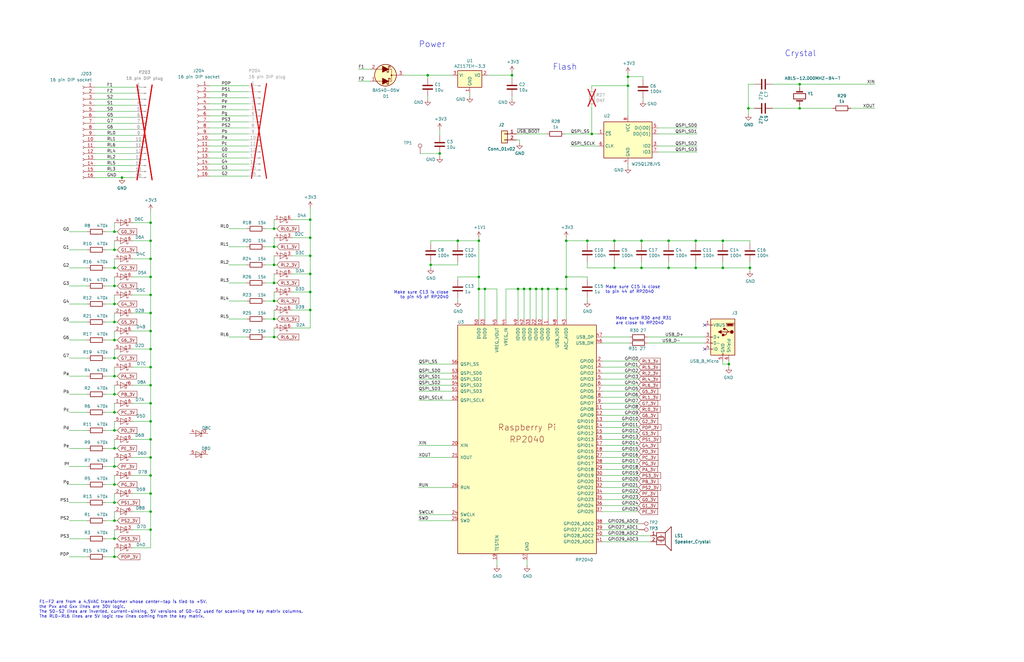
<source format=kicad_sch>
(kicad_sch (version 20231120) (generator "eeschema") (generator_version "8.0")
  (paper "USLedger")
  (title_block (title "Fluke 884x Continuity Buzzer") (date "2024-01-14") (rev "REV1") (company "Ned Konz"))
  (junction (at 115.57 134.62))
  (junction (at 63.5 223.52))
  (junction (at 293.37 101.6))
  (junction (at 63.5 215.9))
  (junction (at 181.61 111.76))
  (junction (at 220.98 121.92))
  (junction (at 304.8 113.03))
  (junction (at 63.5 93.98))
  (junction (at 281.94 101.6))
  (junction (at 63.5 109.22))
  (junction (at 215.9 31.75))
  (junction (at 63.5 185.42))
  (junction (at 63.5 170.18))
  (junction (at 48.26 227.33))
  (junction (at 185.42 64.77))
  (junction (at 270.51 113.03))
  (junction (at 307.34 153.67))
  (junction (at 48.26 151.13))
  (junction (at 201.93 121.92))
  (junction (at 48.26 105.41))
  (junction (at 48.26 173.99))
  (junction (at 264.795 32.385))
  (junction (at 226.06 121.92))
  (junction (at 218.44 121.92))
  (junction (at 48.26 128.27))
  (junction (at 63.5 147.32))
  (junction (at 63.5 132.08))
  (junction (at 204.47 121.92))
  (junction (at 228.6 121.92))
  (junction (at 63.5 154.94))
  (junction (at 48.26 135.89))
  (junction (at 223.52 121.92))
  (junction (at 48.26 120.65))
  (junction (at 63.5 162.56))
  (junction (at 337.185 45.72))
  (junction (at 48.26 143.51))
  (junction (at 48.26 113.03))
  (junction (at 259.08 113.03))
  (junction (at 201.93 116.84))
  (junction (at 130.81 123.19))
  (junction (at 63.5 193.04))
  (junction (at 48.26 234.95))
  (junction (at 48.26 196.85))
  (junction (at 193.04 101.6))
  (junction (at 337.185 35.56))
  (junction (at 231.14 121.92))
  (junction (at 316.23 113.03))
  (junction (at 247.65 101.6))
  (junction (at 48.26 189.23))
  (junction (at 130.81 92.71))
  (junction (at 63.5 124.46))
  (junction (at 130.81 115.57))
  (junction (at 63.5 116.84))
  (junction (at 238.76 101.6))
  (junction (at 115.57 119.38))
  (junction (at 180.34 31.75))
  (junction (at 304.8 101.6))
  (junction (at 115.57 104.14))
  (junction (at 48.26 166.37))
  (junction (at 48.26 212.09))
  (junction (at 249.555 56.515))
  (junction (at 63.5 139.7))
  (junction (at 63.5 200.66))
  (junction (at 238.76 121.92))
  (junction (at 234.95 121.92))
  (junction (at 115.57 96.52))
  (junction (at 48.26 219.71))
  (junction (at 48.26 204.47))
  (junction (at 293.37 113.03))
  (junction (at 63.5 177.8))
  (junction (at 315.595 45.72))
  (junction (at 63.5 101.6))
  (junction (at 115.57 127))
  (junction (at 48.26 97.79))
  (junction (at 48.26 158.75))
  (junction (at 201.93 101.6))
  (junction (at 264.795 36.195))
  (junction (at 281.94 113.03))
  (junction (at 63.5 208.28))
  (junction (at 130.81 107.95))
  (junction (at 130.81 130.81))
  (junction (at 130.81 100.33))
  (junction (at 48.26 181.61))
  (junction (at 51.435 74.93))
  (junction (at 259.08 101.6))
  (junction (at 270.51 101.6))
  (junction (at 115.57 142.24))
  (junction (at 115.57 111.76))
  (junction (at 238.76 116.84))
  (no_connect (at 297.18 147.32))
  (no_connect (at 297.18 137.16))
  (wire (pts (xy 249.555 56.515) (xy 252.095 56.515)))
  (wire (pts (xy 48.26 189.23) (xy 49.53 189.23)))
  (wire (pts (xy 193.04 118.11) (xy 193.04 116.84)))
  (wire (pts (xy 259.08 102.87) (xy 259.08 101.6)))
  (wire (pts (xy 29.21 97.79) (xy 36.83 97.79)))
  (wire (pts (xy 63.5 208.28) (xy 63.5 215.9)))
  (wire (pts (xy 259.08 110.49) (xy 259.08 113.03)))
  (wire (pts (xy 318.135 45.72) (xy 315.595 45.72)))
  (wire (pts (xy 96.52 142.24) (xy 104.14 142.24)))
  (wire (pts (xy 220.98 121.92) (xy 223.52 121.92)))
  (wire (pts (xy 198.12 39.37) (xy 198.12 40.64)))
  (wire (pts (xy 238.76 116.84) (xy 247.65 116.84)))
  (wire (pts (xy 249.555 36.195) (xy 264.795 36.195)))
  (wire (pts (xy 213.36 121.92) (xy 218.44 121.92)))
  (wire (pts (xy 63.5 185.42) (xy 55.88 185.42)))
  (wire (pts (xy 40.005 74.93) (xy 51.435 74.93)))
  (wire (pts (xy 264.795 69.215) (xy 264.795 70.485)))
  (wire (pts (xy 226.06 121.92) (xy 228.6 121.92)))
  (wire (pts (xy 49.53 97.79) (xy 48.26 97.79)))
  (wire (pts (xy 88.265 36.195) (xy 104.775 36.195)))
  (wire (pts (xy 40.005 64.77) (xy 56.515 64.77)))
  (wire (pts (xy 254 177.8) (xy 269.24 177.8)))
  (wire (pts (xy 270.51 110.49) (xy 270.51 113.03)))
  (wire (pts (xy 115.57 130.81) (xy 115.57 134.62)))
  (wire (pts (xy 63.5 208.28) (xy 63.5 200.66)))
  (wire (pts (xy 63.5 231.14) (xy 55.88 231.14)))
  (wire (pts (xy 238.76 101.6) (xy 247.65 101.6)))
  (wire (pts (xy 88.265 51.435) (xy 104.775 51.435)))
  (wire (pts (xy 325.755 35.56) (xy 337.185 35.56)))
  (wire (pts (xy 63.5 177.8) (xy 63.5 170.18)))
  (wire (pts (xy 337.185 44.45) (xy 337.185 45.72)))
  (wire (pts (xy 40.005 67.31) (xy 56.515 67.31)))
  (wire (pts (xy 222.25 236.22) (xy 222.25 238.76)))
  (wire (pts (xy 115.57 96.52) (xy 111.76 96.52)))
  (wire (pts (xy 111.76 127) (xy 115.57 127)))
  (wire (pts (xy 270.51 101.6) (xy 281.94 101.6)))
  (wire (pts (xy 63.5 162.56) (xy 63.5 170.18)))
  (wire (pts (xy 88.265 48.895) (xy 104.775 48.895)))
  (wire (pts (xy 48.26 177.8) (xy 48.26 181.61)))
  (wire (pts (xy 88.265 66.675) (xy 104.775 66.675)))
  (wire (pts (xy 185.42 54.61) (xy 185.42 57.15)))
  (wire (pts (xy 44.45 181.61) (xy 48.26 181.61)))
  (wire (pts (xy 44.45 219.71) (xy 48.26 219.71)))
  (wire (pts (xy 63.5 109.22) (xy 63.5 101.6)))
  (wire (pts (xy 217.805 59.055) (xy 219.075 59.055)))
  (wire (pts (xy 254 226.06) (xy 274.32 226.06)))
  (wire (pts (xy 254 203.2) (xy 269.24 203.2)))
  (wire (pts (xy 358.775 45.72) (xy 368.935 45.72)))
  (wire (pts (xy 337.185 45.72) (xy 351.155 45.72)))
  (wire (pts (xy 254 165.1) (xy 269.24 165.1)))
  (wire (pts (xy 29.21 204.47) (xy 36.83 204.47)))
  (wire (pts (xy 111.76 142.24) (xy 115.57 142.24)))
  (wire (pts (xy 181.61 110.49) (xy 181.61 111.76)))
  (wire (pts (xy 181.61 101.6) (xy 193.04 101.6)))
  (wire (pts (xy 111.76 119.38) (xy 115.57 119.38)))
  (wire (pts (xy 40.005 41.91) (xy 56.515 41.91)))
  (wire (pts (xy 29.21 113.03) (xy 36.83 113.03)))
  (wire (pts (xy 238.76 116.84) (xy 238.76 121.92)))
  (wire (pts (xy 29.21 105.41) (xy 36.83 105.41)))
  (wire (pts (xy 29.21 166.37) (xy 36.83 166.37)))
  (wire (pts (xy 96.52 96.52) (xy 104.14 96.52)))
  (wire (pts (xy 88.265 59.055) (xy 104.775 59.055)))
  (wire (pts (xy 270.51 102.87) (xy 270.51 101.6)))
  (wire (pts (xy 44.45 158.75) (xy 48.26 158.75)))
  (wire (pts (xy 264.795 31.115) (xy 264.795 32.385)))
  (wire (pts (xy 123.19 107.95) (xy 130.81 107.95)))
  (wire (pts (xy 88.265 41.275) (xy 104.775 41.275)))
  (wire (pts (xy 48.26 135.89) (xy 49.53 135.89)))
  (wire (pts (xy 254 180.34) (xy 269.24 180.34)))
  (wire (pts (xy 281.94 102.87) (xy 281.94 101.6)))
  (wire (pts (xy 176.53 162.56) (xy 190.5 162.56)))
  (wire (pts (xy 63.5 139.7) (xy 55.88 139.7)))
  (wire (pts (xy 247.65 101.6) (xy 259.08 101.6)))
  (wire (pts (xy 36.83 181.61) (xy 29.21 181.61)))
  (wire (pts (xy 63.5 116.84) (xy 63.5 124.46)))
  (wire (pts (xy 88.265 71.755) (xy 104.775 71.755)))
  (wire (pts (xy 201.93 100.33) (xy 201.93 101.6)))
  (wire (pts (xy 304.8 102.87) (xy 304.8 101.6)))
  (wire (pts (xy 63.5 93.98) (xy 63.5 101.6)))
  (wire (pts (xy 48.26 113.03) (xy 49.53 113.03)))
  (wire (pts (xy 304.8 101.6) (xy 316.23 101.6)))
  (wire (pts (xy 277.495 53.975) (xy 294.005 53.975)))
  (wire (pts (xy 273.05 142.24) (xy 297.18 142.24)))
  (wire (pts (xy 293.37 102.87) (xy 293.37 101.6)))
  (wire (pts (xy 254 142.24) (xy 265.43 142.24)))
  (wire (pts (xy 218.44 121.92) (xy 220.98 121.92)))
  (wire (pts (xy 48.26 120.65) (xy 49.53 120.65)))
  (wire (pts (xy 293.37 101.6) (xy 304.8 101.6)))
  (wire (pts (xy 247.65 102.87) (xy 247.65 101.6)))
  (wire (pts (xy 259.08 113.03) (xy 247.65 113.03)))
  (wire (pts (xy 304.8 152.4) (xy 304.8 153.67)))
  (wire (pts (xy 254 185.42) (xy 269.24 185.42)))
  (wire (pts (xy 226.06 134.62) (xy 226.06 121.92)))
  (wire (pts (xy 204.47 121.92) (xy 201.93 121.92)))
  (wire (pts (xy 254 228.6) (xy 274.32 228.6)))
  (wire (pts (xy 29.21 135.89) (xy 36.83 135.89)))
  (wire (pts (xy 234.95 134.62) (xy 234.95 121.92)))
  (wire (pts (xy 201.93 121.92) (xy 201.93 134.62)))
  (wire (pts (xy 176.53 160.02) (xy 190.5 160.02)))
  (wire (pts (xy 249.555 45.085) (xy 249.555 56.515)))
  (wire (pts (xy 123.19 130.81) (xy 130.81 130.81)))
  (wire (pts (xy 304.8 113.03) (xy 293.37 113.03)))
  (wire (pts (xy 48.26 154.94) (xy 48.26 158.75)))
  (wire (pts (xy 63.5 177.8) (xy 63.5 185.42)))
  (wire (pts (xy 264.795 32.385) (xy 264.795 36.195)))
  (wire (pts (xy 48.26 208.28) (xy 48.26 212.09)))
  (wire (pts (xy 55.88 116.84) (xy 63.5 116.84)))
  (wire (pts (xy 254 208.28) (xy 269.24 208.28)))
  (wire (pts (xy 151.13 34.29) (xy 156.21 34.29)))
  (wire (pts (xy 228.6 121.92) (xy 231.14 121.92)))
  (wire (pts (xy 130.81 92.71) (xy 130.81 100.33)))
  (wire (pts (xy 48.26 132.08) (xy 48.26 135.89)))
  (wire (pts (xy 254 198.12) (xy 269.24 198.12)))
  (wire (pts (xy 55.88 177.8) (xy 63.5 177.8)))
  (wire (pts (xy 193.04 116.84) (xy 201.93 116.84)))
  (wire (pts (xy 325.755 45.72) (xy 337.185 45.72)))
  (wire (pts (xy 44.45 212.09) (xy 48.26 212.09)))
  (wire (pts (xy 277.495 56.515) (xy 294.005 56.515)))
  (wire (pts (xy 249.555 37.465) (xy 249.555 36.195)))
  (wire (pts (xy 96.52 104.14) (xy 104.14 104.14)))
  (wire (pts (xy 209.55 134.62) (xy 209.55 121.92)))
  (wire (pts (xy 316.23 110.49) (xy 316.23 113.03)))
  (wire (pts (xy 88.265 43.815) (xy 104.775 43.815)))
  (wire (pts (xy 115.57 134.62) (xy 116.84 134.62)))
  (wire (pts (xy 36.83 196.85) (xy 29.21 196.85)))
  (wire (pts (xy 307.34 152.4) (xy 307.34 153.67)))
  (wire (pts (xy 63.5 132.08) (xy 63.5 139.7)))
  (wire (pts (xy 205.74 31.75) (xy 215.9 31.75)))
  (wire (pts (xy 48.26 185.42) (xy 48.26 189.23)))
  (wire (pts (xy 29.21 143.51) (xy 36.83 143.51)))
  (wire (pts (xy 44.45 120.65) (xy 48.26 120.65)))
  (wire (pts (xy 130.81 115.57) (xy 130.81 107.95)))
  (wire (pts (xy 201.93 101.6) (xy 201.93 116.84)))
  (wire (pts (xy 181.61 102.87) (xy 181.61 101.6)))
  (wire (pts (xy 190.5 217.17) (xy 176.53 217.17)))
  (wire (pts (xy 48.26 116.84) (xy 48.26 120.65)))
  (wire (pts (xy 116.84 96.52) (xy 115.57 96.52)))
  (wire (pts (xy 96.52 127) (xy 104.14 127)))
  (wire (pts (xy 315.595 35.56) (xy 315.595 45.72)))
  (wire (pts (xy 55.88 93.98) (xy 63.5 93.98)))
  (wire (pts (xy 63.5 170.18) (xy 55.88 170.18)))
  (wire (pts (xy 55.88 208.28) (xy 63.5 208.28)))
  (wire (pts (xy 254 210.82) (xy 269.24 210.82)))
  (wire (pts (xy 181.61 111.76) (xy 181.61 113.03)))
  (wire (pts (xy 48.26 109.22) (xy 48.26 113.03)))
  (wire (pts (xy 190.5 205.74) (xy 176.53 205.74)))
  (wire (pts (xy 254 167.64) (xy 269.24 167.64)))
  (wire (pts (xy 40.005 59.69) (xy 56.515 59.69)))
  (wire (pts (xy 238.76 121.92) (xy 238.76 134.62)))
  (wire (pts (xy 48.26 101.6) (xy 48.26 105.41)))
  (wire (pts (xy 254 144.78) (xy 265.43 144.78)))
  (wire (pts (xy 48.26 212.09) (xy 49.53 212.09)))
  (wire (pts (xy 209.55 121.92) (xy 204.47 121.92)))
  (wire (pts (xy 304.8 153.67) (xy 307.34 153.67)))
  (wire (pts (xy 130.81 100.33) (xy 123.19 100.33)))
  (wire (pts (xy 48.26 105.41) (xy 44.45 105.41)))
  (wire (pts (xy 123.19 92.71) (xy 130.81 92.71)))
  (wire (pts (xy 88.265 64.135) (xy 104.775 64.135)))
  (wire (pts (xy 254 195.58) (xy 269.24 195.58)))
  (wire (pts (xy 115.57 92.71) (xy 115.57 96.52)))
  (wire (pts (xy 40.005 44.45) (xy 56.515 44.45)))
  (wire (pts (xy 264.795 36.195) (xy 264.795 48.895)))
  (wire (pts (xy 44.45 166.37) (xy 48.26 166.37)))
  (wire (pts (xy 281.94 101.6) (xy 293.37 101.6)))
  (wire (pts (xy 44.45 204.47) (xy 48.26 204.47)))
  (wire (pts (xy 40.005 39.37) (xy 56.515 39.37)))
  (wire (pts (xy 29.21 227.33) (xy 36.83 227.33)))
  (wire (pts (xy 223.52 121.92) (xy 226.06 121.92)))
  (wire (pts (xy 130.81 87.63) (xy 130.81 92.71)))
  (wire (pts (xy 63.5 223.52) (xy 63.5 215.9)))
  (wire (pts (xy 63.5 116.84) (xy 63.5 109.22)))
  (wire (pts (xy 48.26 166.37) (xy 49.53 166.37)))
  (wire (pts (xy 44.45 151.13) (xy 48.26 151.13)))
  (wire (pts (xy 88.265 69.215) (xy 104.775 69.215)))
  (wire (pts (xy 130.81 107.95) (xy 130.81 100.33)))
  (wire (pts (xy 180.34 40.64) (xy 180.34 41.91)))
  (wire (pts (xy 231.14 121.92) (xy 231.14 134.62)))
  (wire (pts (xy 247.65 110.49) (xy 247.65 113.03)))
  (wire (pts (xy 63.5 162.56) (xy 63.5 154.94)))
  (wire (pts (xy 218.44 134.62) (xy 218.44 121.92)))
  (wire (pts (xy 201.93 116.84) (xy 201.93 121.92)))
  (wire (pts (xy 55.88 162.56) (xy 63.5 162.56)))
  (wire (pts (xy 96.52 111.76) (xy 104.14 111.76)))
  (wire (pts (xy 238.125 56.515) (xy 249.555 56.515)))
  (wire (pts (xy 63.5 154.94) (xy 55.88 154.94)))
  (wire (pts (xy 40.005 46.99) (xy 56.515 46.99)))
  (wire (pts (xy 277.495 64.135) (xy 294.005 64.135)))
  (wire (pts (xy 63.5 147.32) (xy 63.5 139.7)))
  (wire (pts (xy 40.005 72.39) (xy 56.515 72.39)))
  (wire (pts (xy 48.26 234.95) (xy 44.45 234.95)))
  (wire (pts (xy 254 193.04) (xy 269.24 193.04)))
  (wire (pts (xy 40.005 57.15) (xy 56.515 57.15)))
  (wire (pts (xy 270.51 113.03) (xy 259.08 113.03)))
  (wire (pts (xy 315.595 45.72) (xy 315.595 48.26)))
  (wire (pts (xy 48.26 139.7) (xy 48.26 143.51)))
  (wire (pts (xy 271.145 33.655) (xy 271.145 32.385)))
  (wire (pts (xy 29.21 120.65) (xy 36.83 120.65)))
  (wire (pts (xy 48.26 204.47) (xy 49.53 204.47)))
  (wire (pts (xy 48.26 97.79) (xy 44.45 97.79)))
  (wire (pts (xy 238.76 100.33) (xy 238.76 101.6)))
  (wire (pts (xy 55.88 193.04) (xy 63.5 193.04)))
  (wire (pts (xy 44.45 128.27) (xy 48.26 128.27)))
  (wire (pts (xy 190.5 153.67) (xy 176.53 153.67)))
  (wire (pts (xy 96.52 134.62) (xy 104.14 134.62)))
  (wire (pts (xy 238.76 101.6) (xy 238.76 116.84)))
  (wire (pts (xy 254 152.4) (xy 269.24 152.4)))
  (wire (pts (xy 48.26 227.33) (xy 49.53 227.33)))
  (wire (pts (xy 63.5 223.52) (xy 63.5 231.14)))
  (wire (pts (xy 44.45 113.03) (xy 48.26 113.03)))
  (wire (pts (xy 63.5 132.08) (xy 63.5 124.46)))
  (wire (pts (xy 190.5 31.75) (xy 180.34 31.75)))
  (wire (pts (xy 111.76 111.76) (xy 115.57 111.76)))
  (wire (pts (xy 193.04 102.87) (xy 193.04 101.6)))
  (wire (pts (xy 254 182.88) (xy 269.24 182.88)))
  (wire (pts (xy 48.26 124.46) (xy 48.26 128.27)))
  (wire (pts (xy 29.21 158.75) (xy 36.83 158.75)))
  (wire (pts (xy 177.165 64.77) (xy 185.42 64.77)))
  (wire (pts (xy 281.94 110.49) (xy 281.94 113.03)))
  (wire (pts (xy 209.55 236.22) (xy 209.55 238.76)))
  (wire (pts (xy 316.23 102.87) (xy 316.23 101.6)))
  (wire (pts (xy 48.26 223.52) (xy 48.26 227.33)))
  (wire (pts (xy 40.005 62.23) (xy 56.515 62.23)))
  (wire (pts (xy 49.53 234.95) (xy 48.26 234.95)))
  (wire (pts (xy 63.5 193.04) (xy 63.5 185.42)))
  (wire (pts (xy 88.265 46.355) (xy 104.775 46.355)))
  (wire (pts (xy 254 170.18) (xy 269.24 170.18)))
  (wire (pts (xy 44.45 227.33) (xy 48.26 227.33)))
  (wire (pts (xy 55.88 223.52) (xy 63.5 223.52)))
  (wire (pts (xy 44.45 189.23) (xy 48.26 189.23)))
  (wire (pts (xy 318.135 35.56) (xy 315.595 35.56)))
  (wire (pts (xy 185.42 64.77) (xy 185.42 66.04)))
  (wire (pts (xy 254 205.74) (xy 269.24 205.74)))
  (wire (pts (xy 48.26 196.85) (xy 49.53 196.85)))
  (wire (pts (xy 115.57 100.33) (xy 115.57 104.14)))
  (wire (pts (xy 63.5 124.46) (xy 55.88 124.46)))
  (wire (pts (xy 213.36 134.62) (xy 213.36 121.92)))
  (wire (pts (xy 40.005 69.85) (xy 56.515 69.85)))
  (wire (pts (xy 231.14 121.92) (xy 234.95 121.92)))
  (wire (pts (xy 254 157.48) (xy 269.24 157.48)))
  (wire (pts (xy 115.57 111.76) (xy 116.84 111.76)))
  (wire (pts (xy 115.57 107.95) (xy 115.57 111.76)))
  (wire (pts (xy 48.26 143.51) (xy 49.53 143.51)))
  (wire (pts (xy 48.26 147.32) (xy 48.26 151.13)))
  (wire (pts (xy 230.505 56.515) (xy 217.805 56.515)))
  (wire (pts (xy 254 223.52) (xy 269.24 223.52)))
  (wire (pts (xy 48.26 158.75) (xy 49.53 158.75)))
  (wire (pts (xy 96.52 119.38) (xy 104.14 119.38)))
  (wire (pts (xy 254 154.94) (xy 269.24 154.94)))
  (wire (pts (xy 48.26 219.71) (xy 49.53 219.71)))
  (wire (pts (xy 115.57 142.24) (xy 116.84 142.24)))
  (wire (pts (xy 170.18 31.75) (xy 180.34 31.75)))
  (wire (pts (xy 40.005 49.53) (xy 56.515 49.53)))
  (wire (pts (xy 193.04 125.73) (xy 193.04 127)))
  (wire (pts (xy 48.26 200.66) (xy 48.26 204.47)))
  (wire (pts (xy 271.145 41.275) (xy 271.145 42.545)))
  (wire (pts (xy 293.37 110.49) (xy 293.37 113.03)))
  (wire (pts (xy 337.185 35.56) (xy 368.935 35.56)))
  (wire (pts (xy 88.265 61.595) (xy 104.775 61.595)))
  (wire (pts (xy 304.8 110.49) (xy 304.8 113.03)))
  (wire (pts (xy 228.6 134.62) (xy 228.6 121.92)))
  (wire (pts (xy 176.53 157.48) (xy 190.5 157.48)))
  (wire (pts (xy 123.19 115.57) (xy 130.81 115.57)))
  (wire (pts (xy 247.65 118.11) (xy 247.65 116.84)))
  (wire (pts (xy 40.005 36.83) (xy 56.515 36.83)))
  (wire (pts (xy 115.57 127) (xy 116.84 127)))
  (wire (pts (xy 234.95 121.92) (xy 238.76 121.92)))
  (wire (pts (xy 254 220.98) (xy 269.24 220.98)))
  (wire (pts (xy 204.47 134.62) (xy 204.47 121.92)))
  (wire (pts (xy 44.45 143.51) (xy 48.26 143.51)))
  (wire (pts (xy 51.435 74.93) (xy 56.515 74.93)))
  (wire (pts (xy 193.04 111.76) (xy 193.04 110.49)))
  (wire (pts (xy 130.81 138.43) (xy 123.19 138.43)))
  (wire (pts (xy 111.76 104.14) (xy 115.57 104.14)))
  (wire (pts (xy 48.26 181.61) (xy 49.53 181.61)))
  (wire (pts (xy 63.5 200.66) (xy 55.88 200.66)))
  (wire (pts (xy 130.81 130.81) (xy 130.81 123.19)))
  (wire (pts (xy 111.76 134.62) (xy 115.57 134.62)))
  (wire (pts (xy 180.34 33.02) (xy 180.34 31.75)))
  (wire (pts (xy 29.21 219.71) (xy 36.83 219.71)))
  (wire (pts (xy 130.81 130.81) (xy 130.81 138.43)))
  (wire (pts (xy 48.26 128.27) (xy 49.53 128.27)))
  (wire (pts (xy 215.9 33.02) (xy 215.9 31.75)))
  (wire (pts (xy 49.53 105.41) (xy 48.26 105.41)))
  (wire (pts (xy 88.265 74.295) (xy 104.775 74.295)))
  (wire (pts (xy 40.005 52.07) (xy 56.515 52.07)))
  (wire (pts (xy 29.21 128.27) (xy 36.83 128.27)))
  (wire (pts (xy 176.53 187.96) (xy 190.5 187.96)))
  (wire (pts (xy 116.84 104.14) (xy 115.57 104.14)))
  (wire (pts (xy 293.37 113.03) (xy 281.94 113.03)))
  (wire (pts (xy 63.5 215.9) (xy 55.88 215.9)))
  (wire (pts (xy 254 175.26) (xy 269.24 175.26)))
  (wire (pts (xy 36.83 173.99) (xy 29.21 173.99)))
  (wire (pts (xy 193.04 101.6) (xy 201.93 101.6)))
  (wire (pts (xy 48.26 93.98) (xy 48.26 97.79)))
  (wire (pts (xy 115.57 138.43) (xy 115.57 142.24)))
  (wire (pts (xy 36.83 234.95) (xy 29.21 234.95)))
  (wire (pts (xy 337.185 36.83) (xy 337.185 35.56)))
  (wire (pts (xy 88.265 38.735) (xy 104.775 38.735)))
  (wire (pts (xy 48.26 173.99) (xy 49.53 173.99)))
  (wire (pts (xy 29.21 151.13) (xy 36.83 151.13)))
  (wire (pts (xy 247.65 125.73) (xy 247.65 127)))
  (wire (pts (xy 190.5 193.04) (xy 176.53 193.04)))
  (wire (pts (xy 223.52 134.62) (xy 223.52 121.92)))
  (wire (pts (xy 40.005 54.61) (xy 56.515 54.61)))
  (wire (pts (xy 55.88 132.08) (xy 63.5 132.08)))
  (wire (pts (xy 254 213.36) (xy 269.24 213.36)))
  (wire (pts (xy 281.94 113.03) (xy 270.51 113.03)))
  (wire (pts (xy 215.9 31.75) (xy 215.9 30.48)))
  (wire (pts (xy 254 200.66) (xy 269.24 200.66)))
  (wire (pts (xy 29.21 189.23) (xy 36.83 189.23)))
  (wire (pts (xy 151.13 29.21) (xy 156.21 29.21)))
  (wire (pts (xy 271.145 32.385) (xy 264.795 32.385)))
  (wire (pts (xy 219.075 59.055) (xy 219.075 60.325)))
  (wire (pts (xy 115.57 119.38) (xy 116.84 119.38)))
  (wire (pts (xy 277.495 61.595) (xy 294.005 61.595)))
  (wire (pts (xy 254 162.56) (xy 269.24 162.56)))
  (wire (pts (xy 44.45 196.85) (xy 48.26 196.85)))
  (wire (pts (xy 88.265 56.515) (xy 104.775 56.515)))
  (wire (pts (xy 190.5 219.71) (xy 176.53 219.71)))
  (wire (pts (xy 316.23 113.03) (xy 316.23 114.3)))
  (wire (pts (xy 48.26 193.04) (xy 48.26 196.85)))
  (wire (pts (xy 259.08 101.6) (xy 270.51 101.6)))
  (wire (pts (xy 48.26 231.14) (xy 48.26 234.95)))
  (wire (pts (xy 55.88 109.22) (xy 63.5 109.22)))
  (wire (pts (xy 220.98 134.62) (xy 220.98 121.92)))
  (wire (pts (xy 254 190.5) (xy 269.24 190.5)))
  (wire (pts (xy 176.53 165.1) (xy 190.5 165.1)))
  (wire (pts (xy 307.34 154.94) (xy 307.34 153.67)))
  (wire (pts (xy 44.45 173.99) (xy 48.26 173.99)))
  (wire (pts (xy 48.26 170.18) (xy 48.26 173.99)))
  (wire (pts (xy 115.57 123.19) (xy 115.57 127)))
  (wire (pts (xy 63.5 88.9) (xy 63.5 93.98)))
  (wire (pts (xy 240.665 61.595) (xy 252.095 61.595)))
  (wire (pts (xy 88.265 53.975) (xy 104.775 53.975)))
  (wire (pts (xy 254 160.02) (xy 269.24 160.02)))
  (wire (pts (xy 48.26 215.9) (xy 48.26 219.71)))
  (wire (pts (xy 273.05 144.78) (xy 297.18 144.78)))
  (wire (pts (xy 63.5 101.6) (xy 55.88 101.6)))
  (wire (pts (xy 190.5 168.91) (xy 176.53 168.91)))
  (wire (pts (xy 63.5 147.32) (xy 63.5 154.94)))
  (wire (pts (xy 130.81 115.57) (xy 130.81 123.19)))
  (wire (pts (xy 254 187.96) (xy 269.24 187.96)))
  (wire (pts (xy 181.61 111.76) (xy 193.04 111.76)))
  (wire (pts (xy 55.88 147.32) (xy 63.5 147.32)))
  (wire (pts (xy 63.5 193.04) (xy 63.5 200.66)))
  (wire (pts (xy 29.21 212.09) (xy 36.83 212.09)))
  (wire (pts (xy 130.81 123.19) (xy 123.19 123.19)))
  (wire (pts (xy 215.9 40.64) (xy 215.9 41.91)))
  (wire (pts (xy 115.57 115.57) (xy 115.57 119.38)))
  (wire (pts (xy 48.26 151.13) (xy 49.53 151.13)))
  (wire (pts (xy 254 215.9) (xy 269.24 215.9)))
  (wire (pts (xy 254 172.72) (xy 269.24 172.72)))
  (wire (pts (xy 48.26 162.56) (xy 48.26 166.37)))
  (wire (pts (xy 304.8 113.03) (xy 316.23 113.03)))
  (wire (pts (xy 44.45 135.89) (xy 48.26 135.89)))
  (text "Power" (at 176.53 20.32 0) (effects (font (size 2.54 2.54)) (justify left bottom)))
  (text "F1-F2 are from a 4.5VAC transformer whose center-tap is tied to +5V.\nthe Pxx and Gxx lines are 30V logic.\nThe S0-S2 lines are inverted, current-sinking, 5V versions of G0-G2 used for scanning the key matrix columns.\nThe RL0-RL6 lines are 5V logic row lines coming from the key matrix." (at 16.51 260.985 0) (effects (font (size 1.27 1.27)) (justify left bottom)))
  (text "Make sure C15 is close\nto pin 44 of RP2040" (at 255.27 123.952 0) (effects (font (size 1.27 1.27)) (justify left bottom)))
  (text "Make sure R30 and R31\nare close to RP2040" (at 259.588 137.16 0) (effects (font (size 1.27 1.27)) (justify left bottom)))
  (text "Make sure C13 is close\nto pin 45 of RP2040" (at 189.23 126.238 0) (effects (font (size 1.27 1.27)) (justify right bottom)))
  (text "Crystal" (at 330.835 24.13 0) (effects (font (size 2.54 2.54)) (justify left bottom)))
  (text "Flash" (at 233.045 29.845 0) (effects (font (size 2.54 2.54)) (justify left bottom)))
  (label "GPIO11" (at 269.24 180.34 180))
  (label "Pd" (at 93.345 41.275 0))
  (label "SWCLK" (at 176.53 217.17 0))
  (label "RL4" (at 96.52 127 180))
  (label "GPIO9" (at 269.24 175.26 180))
  (label "PDP" (at 29.21 234.95 180))
  (label "Pg" (at 29.21 204.47 180))
  (label "G7" (at 45.085 52.07 0))
  (label "XIN" (at 368.935 35.56 180))
  (label "GND" (at 45.085 74.93 0))
  (label "QSPI_SCLK" (at 176.53 168.91 0))
  (label "Pf" (at 29.21 196.85 180))
  (label "RL3" (at 45.085 72.39 0))
  (label "GPIO13" (at 269.24 185.42 180))
  (label "RL5" (at 45.085 69.85 0))
  (label "GPIO4" (at 269.24 162.56 180))
  (label "QSPI_SD0" (at 176.53 157.48 0))
  (label "QSPI_SCLK" (at 240.665 61.595 0))
  (label "Pa" (at 93.345 59.055 0))
  (label "XIN" (at 176.53 187.96 0))
  (label "QSPI_SD1" (at 294.005 56.515 180))
  (label "G0" (at 93.345 64.135 0))
  (label "GPIO18" (at 269.24 198.12 180))
  (label "G3" (at 93.345 71.755 0))
  (label "GPIO7" (at 269.24 170.18 180))
  (label "GPIO21" (at 269.24 205.74 180))
  (label "XOUT" (at 368.935 45.72 180))
  (label "QSPI_SS" (at 176.53 153.67 0))
  (label "G4" (at 29.21 128.27 180))
  (label "G5" (at 45.085 49.53 0))
  (label "F2" (at 45.085 39.37 0))
  (label "PS1" (at 29.21 212.09 180))
  (label "Pb" (at 93.345 56.515 0))
  (label "QSPI_SD2" (at 176.53 162.56 0))
  (label "QSPI_SD0" (at 294.005 53.975 180))
  (label "GPIO27_ADC1" (at 269.24 223.52 180))
  (label "GPIO19" (at 269.24 200.66 180))
  (label "GPIO20" (at 269.24 203.2 180))
  (label "QSPI_SS" (at 240.665 56.515 0))
  (label "PS2" (at 93.345 53.975 0))
  (label "RL3" (at 96.52 119.38 180))
  (label "GPIO24" (at 269.24 213.36 180))
  (label "QSPI_SD3" (at 176.53 165.1 0))
  (label "GPIO2" (at 269.24 157.48 180))
  (label "Pf" (at 93.345 46.355 0))
  (label "RUN" (at 176.53 205.74 0))
  (label "GPIO17" (at 269.24 195.58 180))
  (label "G1" (at 93.345 66.675 0))
  (label "S2" (at 45.085 41.91 0))
  (label "G6" (at 45.085 54.61 0))
  (label "GPIO22" (at 269.24 208.28 180))
  (label "RL1" (at 45.085 59.69 0))
  (label "QSPI_SD2" (at 294.005 61.595 180))
  (label "Pg" (at 93.345 48.895 0))
  (label "USB_D-" (at 287.02 144.78 180))
  (label "RL1" (at 96.52 104.14 180))
  (label "GPIO1" (at 269.24 154.94 180))
  (label "GPIO14" (at 269.24 187.96 180))
  (label "GPIO6" (at 269.24 167.64 180))
  (label "GPIO12" (at 269.24 182.88 180))
  (label "RL6" (at 45.085 62.23 0))
  (label "PS3" (at 93.345 51.435 0))
  (label "RL6" (at 96.52 142.24 180))
  (label "G2" (at 29.21 113.03 180))
  (label "GPIO23" (at 269.24 210.82 180))
  (label "GPIO26_ADC0" (at 269.24 220.98 180))
  (label "Pa" (at 29.21 158.75 180))
  (label "G7" (at 29.21 151.13 180))
  (label "XOUT" (at 176.53 193.04 0))
  (label "GPIO5" (at 269.24 165.1 180))
  (label "GPIO16" (at 269.24 193.04 180))
  (label "~{USB_BOOT}" (at 217.805 56.515 0))
  (label "RL2" (at 96.52 111.76 180))
  (label "GPIO3" (at 269.24 160.02 180))
  (label "S1" (at 45.085 44.45 0))
  (label "GPIO28_ADC2" (at 269.24 226.06 180))
  (label "RL5" (at 96.52 134.62 180))
  (label "SWD" (at 176.53 219.71 0))
  (label "Pe" (at 93.345 43.815 0))
  (label "G6" (at 29.21 143.51 180))
  (label "RL0" (at 45.085 57.15 0))
  (label "F2" (at 151.13 34.29 0))
  (label "GPIO8" (at 269.24 172.72 180))
  (label "GPIO10" (at 269.24 177.8 180))
  (label "Pe" (at 29.21 189.23 180))
  (label "Pd" (at 29.21 181.61 180))
  (label "Pc" (at 93.345 61.595 0))
  (label "GPIO25" (at 269.24 215.9 180))
  (label "G4" (at 93.345 69.215 0))
  (label "GPIO15" (at 269.24 190.5 180))
  (label "Pb" (at 29.21 166.37 180))
  (label "USB_D+" (at 288.29 142.24 180))
  (label "PS3" (at 29.21 227.33 180))
  (label "RL4" (at 45.085 64.77 0))
  (label "G3" (at 29.21 120.65 180))
  (label "QSPI_SD3" (at 294.005 64.135 180))
  (label "RL2" (at 45.085 67.31 0))
  (label "F1" (at 151.13 29.21 0))
  (label "G1" (at 29.21 105.41 180))
  (label "PDP" (at 93.345 36.195 0))
  (label "PS1" (at 93.345 38.735 0))
  (label "QSPI_SD1" (at 176.53 160.02 0))
  (label "S0" (at 45.085 46.99 0))
  (label "G2" (at 93.345 74.295 0))
  (label "G5" (at 29.21 135.89 180))
  (label "F1" (at 45.085 36.83 0))
  (label "RL0" (at 96.52 96.52 180))
  (label "GPIO29_ADC3" (at 269.24 228.6 180))
  (label "PS2" (at 29.21 219.71 180))
  (label "GPIO0" (at 269.24 152.4 180))
  (label "G0" (at 29.21 97.79 180))
  (label "Pc" (at 29.21 173.99 180))
  (global_label "RL1_3V" (shape input) (at 116.84 104.14 0) (property "Intersheetrefs" "${INTERSHEET_REFS}" (effects (hide yes))))
  (global_label "G6_3V" (shape input) (at 269.24 175.26 0) (property "Intersheetrefs" "${INTERSHEET_REFS}" (effects (hide yes))))
  (global_label "PA_3V" (shape input) (at 269.24 198.12 0) (property "Intersheetrefs" "${INTERSHEET_REFS}" (effects (hide yes))))
  (global_label "PS3_3V" (shape input) (at 269.24 200.66 0) (property "Intersheetrefs" "${INTERSHEET_REFS}" (effects (hide yes))))
  (global_label "G4_3V" (shape input) (at 269.24 187.96 0) (property "Intersheetrefs" "${INTERSHEET_REFS}" (effects (hide yes))))
  (global_label "G4_3V" (shape input) (at 49.53 128.27 0) (property "Intersheetrefs" "${INTERSHEET_REFS}" (effects (hide yes))))
  (global_label "G1_3V" (shape input) (at 49.53 105.41 0) (property "Intersheetrefs" "${INTERSHEET_REFS}" (effects (hide yes))))
  (global_label "PS2_3V" (shape input) (at 269.24 205.74 0) (property "Intersheetrefs" "${INTERSHEET_REFS}" (effects (hide yes))))
  (global_label "RL4_3V" (shape input) (at 269.24 160.02 0) (property "Intersheetrefs" "${INTERSHEET_REFS}" (effects (hide yes))))
  (global_label "G3_3V" (shape input) (at 269.24 182.88 0) (property "Intersheetrefs" "${INTERSHEET_REFS}" (effects (hide yes))))
  (global_label "RL0_3V" (shape input) (at 269.24 172.72 0) (property "Intersheetrefs" "${INTERSHEET_REFS}" (effects (hide yes))))
  (global_label "G5_3V" (shape input) (at 49.53 135.89 0) (property "Intersheetrefs" "${INTERSHEET_REFS}" (effects (hide yes))))
  (global_label "G7_3V" (shape input) (at 269.24 170.18 0) (property "Intersheetrefs" "${INTERSHEET_REFS}" (effects (hide yes))))
  (global_label "PS1_3V" (shape input) (at 269.24 185.42 0) (property "Intersheetrefs" "${INTERSHEET_REFS}" (effects (hide yes))))
  (global_label "G5_3V" (shape input) (at 269.24 165.1 0) (property "Intersheetrefs" "${INTERSHEET_REFS}" (effects (hide yes))))
  (global_label "PG_3V" (shape input) (at 269.24 195.58 0) (property "Intersheetrefs" "${INTERSHEET_REFS}" (effects (hide yes))))
  (global_label "PB_3V" (shape input) (at 269.24 203.2 0) (property "Intersheetrefs" "${INTERSHEET_REFS}" (effects (hide yes))))
  (global_label "G6_3V" (shape input) (at 49.53 143.51 0) (property "Intersheetrefs" "${INTERSHEET_REFS}" (effects (hide yes))))
  (global_label "G3_3V" (shape input) (at 49.53 120.65 0) (property "Intersheetrefs" "${INTERSHEET_REFS}" (effects (hide yes))))
  (global_label "PF_3V" (shape input) (at 269.24 208.28 0) (property "Intersheetrefs" "${INTERSHEET_REFS}" (effects (hide yes))))
  (global_label "RL5_3V" (shape input) (at 116.84 134.62 0) (property "Intersheetrefs" "${INTERSHEET_REFS}" (effects (hide yes))))
  (global_label "RL0_3V" (shape input) (at 116.84 96.52 0) (property "Intersheetrefs" "${INTERSHEET_REFS}" (effects (hide yes))))
  (global_label "RL4_3V" (shape input) (at 116.84 127 0) (property "Intersheetrefs" "${INTERSHEET_REFS}" (effects (hide yes))))
  (global_label "RL3_3V" (shape input) (at 116.84 119.38 0) (property "Intersheetrefs" "${INTERSHEET_REFS}" (effects (hide yes))))
  (global_label "RL5_3V" (shape input) (at 269.24 154.94 0) (property "Intersheetrefs" "${INTERSHEET_REFS}" (effects (hide yes))))
  (global_label "PS2_3V" (shape input) (at 49.53 219.71 0) (property "Intersheetrefs" "${INTERSHEET_REFS}" (effects (hide yes))))
  (global_label "PE_3V" (shape input) (at 269.24 215.9 0) (property "Intersheetrefs" "${INTERSHEET_REFS}" (effects (hide yes))))
  (global_label "RL6_3V" (shape input) (at 116.84 142.24 0) (property "Intersheetrefs" "${INTERSHEET_REFS}" (effects (hide yes))))
  (global_label "G1_3V" (shape input) (at 269.24 213.36 0) (property "Intersheetrefs" "${INTERSHEET_REFS}" (effects (hide yes))))
  (global_label "PB_3V" (shape input) (at 49.53 166.37 0) (property "Intersheetrefs" "${INTERSHEET_REFS}" (effects (hide yes))))
  (global_label "RL2_3V" (shape input) (at 269.24 157.48 0) (property "Intersheetrefs" "${INTERSHEET_REFS}" (effects (hide yes))))
  (global_label "PD_3V" (shape input) (at 49.53 181.61 0) (property "Intersheetrefs" "${INTERSHEET_REFS}" (effects (hide yes))))
  (global_label "RL3_3V" (shape input) (at 269.24 152.4 0) (property "Intersheetrefs" "${INTERSHEET_REFS}" (effects (hide yes))))
  (global_label "RL1_3V" (shape input) (at 269.24 167.64 0) (property "Intersheetrefs" "${INTERSHEET_REFS}" (effects (hide yes))))
  (global_label "G0_3V" (shape input) (at 269.24 210.82 0) (property "Intersheetrefs" "${INTERSHEET_REFS}" (effects (hide yes))))
  (global_label "G2_3V" (shape input) (at 269.24 177.8 0) (property "Intersheetrefs" "${INTERSHEET_REFS}" (effects (hide yes))))
  (global_label "PC_3V" (shape input) (at 49.53 173.99 0) (property "Intersheetrefs" "${INTERSHEET_REFS}" (effects (hide yes))))
  (global_label "PC_3V" (shape input) (at 269.24 193.04 0) (property "Intersheetrefs" "${INTERSHEET_REFS}" (effects (hide yes))))
  (global_label "PE_3V" (shape input) (at 49.53 189.23 0) (property "Intersheetrefs" "${INTERSHEET_REFS}" (effects (hide yes))))
  (global_label "PS3_3V" (shape input) (at 49.53 227.33 0) (property "Intersheetrefs" "${INTERSHEET_REFS}" (effects (hide yes))))
  (global_label "RL2_3V" (shape input) (at 116.84 111.76 0) (property "Intersheetrefs" "${INTERSHEET_REFS}" (effects (hide yes))))
  (global_label "G0_3V" (shape input) (at 49.53 97.79 0) (property "Intersheetrefs" "${INTERSHEET_REFS}" (effects (hide yes))))
  (global_label "G2_3V" (shape input) (at 49.53 113.03 0) (property "Intersheetrefs" "${INTERSHEET_REFS}" (effects (hide yes))))
  (global_label "PDP_3V" (shape input) (at 49.53 234.95 0) (property "Intersheetrefs" "${INTERSHEET_REFS}" (effects (hide yes))))
  (global_label "PS1_3V" (shape input) (at 49.53 212.09 0) (property "Intersheetrefs" "${INTERSHEET_REFS}" (effects (hide yes))))
  (global_label "PA_3V" (shape input) (at 49.53 158.75 0) (property "Intersheetrefs" "${INTERSHEET_REFS}" (effects (hide yes))))
  (global_label "PDP_3V" (shape input) (at 269.24 180.34 0) (property "Intersheetrefs" "${INTERSHEET_REFS}" (effects (hide yes))))
  (global_label "RL6_3V" (shape input) (at 269.24 162.56 0) (property "Intersheetrefs" "${INTERSHEET_REFS}" (effects (hide yes))))
  (global_label "PD_3V" (shape input) (at 269.24 190.5 0) (property "Intersheetrefs" "${INTERSHEET_REFS}" (effects (hide yes))))
  (global_label "PG_3V" (shape input) (at 49.53 204.47 0) (property "Intersheetrefs" "${INTERSHEET_REFS}" (effects (hide yes))))
  (global_label "PF_3V" (shape input) (at 49.53 196.85 0) (property "Intersheetrefs" "${INTERSHEET_REFS}" (effects (hide yes))))
  (global_label "G7_3V" (shape input) (at 49.53 151.13 0) (property "Intersheetrefs" "${INTERSHEET_REFS}" (effects (hide yes))))
  (symbol (lib_id "Device:R") (at 234.315 56.515 270) (unit 1)
    (property "Reference" "R28" (at 234.315 51.2572 90))
    (property "Value" "1k" (at 234.315 53.5686 90))
    (property "Footprint" "Resistor_SMD:R_0402_1005Metric" (effects (hide yes)))
    (property "LCSC" "C11702" (effects (hide yes)))
  )
  (symbol (lib_id "Device:R") (at 40.64 105.41 90) (unit 1)
    (property "Reference" "R10" (at 36.83 102.87 90))
    (property "Value" "470k" (at 43.18 102.87 90))
    (property "Footprint" "Resistor_SMD:R_0402_1005Metric" (effects (hide yes)))
    (property "LCSC" "C25790" (effects (hide yes)))
  )
  (symbol (lib_id "misc:BAT54CDW") (at 52.07 215.9 180) (unit 2)
    (property "Reference" "D8" (at 59.182 214.376 0))
    (property "Value" "BAT54CDW" (effects (hide yes)))
    (property "Footprint" "Package_TO_SOT_SMD:SOT-363_SC-70-6" (effects (hide yes)))
    (property "Datasheet" "https://www.diodes.com/assets/Datasheets/BAT54TW_ADW_CDW_SDW_BRW.pdf" (effects (hide yes)))
    (property "Description" "Schottky diode array 2 pair Com C, SOT-363" (effects (hide yes)))
    (property "LCSC" "C5240639" (effects (hide yes)))
  )
  (symbol (lib_id "misc:BAT54CDW") (at 52.07 132.08 0) (mirror y) (unit 2)
    (property "Reference" "D2" (at 58.928 131.064 0))
    (property "Value" "BAT54CDW" (effects (hide yes)))
    (property "Footprint" "Package_TO_SOT_SMD:SOT-363_SC-70-6" (effects (hide yes)))
    (property "Datasheet" "https://www.diodes.com/assets/Datasheets/BAT54TW_ADW_CDW_SDW_BRW.pdf" (effects (hide yes)))
    (property "Description" "Schottky diode array 2 pair Com C, SOT-363" (effects (hide yes)))
    (property "LCSC" "C5240639" (effects (hide yes)))
  )
  (symbol (lib_id "Device:Speaker_Crystal") (at 279.4 226.06 0) (unit 1)
    (property "Reference" "LS1" (at 284.48 226.06 0) (effects (justify left)))
    (property "Value" "Speaker_Crystal" (at 284.48 228.6 0) (effects (justify left)))
    (property "Footprint" "Buzzer_Beeper:Buzzer_12x9.5RM7.6" (effects (hide yes)))
  )
  (symbol (lib_id "power:+3V3") (at 264.795 31.115 0) (unit 1)
    (property "Reference" "#PWR019" (effects (hide yes)))
    (property "Value" "+3V3" (at 265.176 26.7208 0))
  )
  (symbol (lib_id "Device:C") (at 316.23 106.68 0) (unit 1)
    (property "Reference" "C16" (at 319.151 105.5116 0) (effects (justify left)))
    (property "Value" "100n" (at 319.151 107.823 0) (effects (justify left)))
    (property "Footprint" "Capacitor_SMD:C_0402_1005Metric" (effects (hide yes)))
    (property "LCSC" "C1525" (effects (hide yes)))
  )
  (symbol (lib_id "Device:C") (at 281.94 106.68 0) (unit 1)
    (property "Reference" "C4" (at 284.861 105.5116 0) (effects (justify left)))
    (property "Value" "100n" (at 284.861 107.823 0) (effects (justify left)))
    (property "Footprint" "Capacitor_SMD:C_0402_1005Metric" (effects (hide yes)))
    (property "LCSC" "C1525" (effects (hide yes)))
  )
  (symbol (lib_id "power:GND") (at 51.435 74.93 0) (unit 1)
    (property "Reference" "#PWR01" (effects (hide yes)))
    (property "Value" "GND" (at 51.435 79.375 0))
  )
  (symbol (lib_id "Device:Crystal") (at 337.185 40.64 270) (unit 1)
    (property "Reference" "Y1" (at 340.5124 39.4716 90) (effects (justify left)))
    (property "Value" "ABLS-12.000MHZ-B4-T" (at 330.835 33.02 90) (effects (justify left)))
    (property "Footprint" "RP2040_minimal:Crystal_SMD_HC49-US" (effects (hide yes)))
    (property "LCSC" "C326543" (effects (hide yes)))
  )
  (symbol (lib_id "Device:R") (at 40.64 234.95 90) (unit 1)
    (property "Reference" "R15" (at 36.83 232.41 90))
    (property "Value" "470k" (at 43.18 232.41 90))
    (property "Footprint" "Resistor_SMD:R_0402_1005Metric" (effects (hide yes)))
    (property "LCSC" "C25790" (effects (hide yes)))
  )
  (symbol (lib_id "RP2040_minimal-rescue:W25Q128JVS-Memory_Flash") (at 264.795 59.055 0) (unit 1)
    (property "Reference" "U2" (at 255.905 48.895 0))
    (property "Value" "W25Q128JVS" (at 272.415 69.215 0))
    (property "Footprint" "Package_SO:SOIC-8_5.23x5.23mm_P1.27mm" (effects (hide yes)))
    (property "Datasheet" "http://www.winbond.com/resource-files/w25q128jv_dtr%20revc%2003272018%20plus.pdf" (effects (hide yes)))
    (property "LCSC" "C97521" (effects (hide yes)))
  )
  (symbol (lib_id "Device:C") (at 185.42 60.96 0) (unit 1)
    (property "Reference" "C3" (at 188.341 59.7916 0) (effects (justify left)))
    (property "Value" "10u" (at 188.341 62.103 0) (effects (justify left)))
    (property "Footprint" "Capacitor_SMD:C_0805_2012Metric" (effects (hide yes)))
    (property "LCSC" "C15850" (effects (hide yes)))
  )
  (symbol (lib_id "power:GND") (at 315.595 48.26 0) (unit 1)
    (property "Reference" "#PWR022" (effects (hide yes)))
    (property "Value" "GND" (at 315.722 52.6542 0))
  )
  (symbol (lib_id "Device:R") (at 40.64 181.61 90) (unit 1)
    (property "Reference" "R11" (at 36.83 179.07 90))
    (property "Value" "470k" (at 43.18 179.07 90))
    (property "Footprint" "Resistor_SMD:R_0402_1005Metric" (effects (hide yes)))
    (property "LCSC" "C25790" (effects (hide yes)))
  )
  (symbol (lib_id "misc:BAT54CDW") (at 52.07 101.6 0) (mirror y) (unit 1)
    (property "Reference" "D6" (at 58.928 100.076 0))
    (property "Value" "BAT54CDW" (effects (hide yes)))
    (property "Footprint" "Package_TO_SOT_SMD:SOT-363_SC-70-6" (effects (hide yes)))
    (property "Datasheet" "https://www.diodes.com/assets/Datasheets/BAT54TW_ADW_CDW_SDW_BRW.pdf" (effects (hide yes)))
    (property "Description" "Schottky diode array 2 pair Com C, SOT-363" (effects (hide yes)))
    (property "LCSC" "C5240639" (effects (hide yes)))
  )
  (symbol (lib_id "MCU_RaspberryPi_RP2040:RP2040") (at 222.25 185.42 0) (unit 1)
    (property "Reference" "U3" (at 194.31 135.89 0))
    (property "Value" "RP2040" (at 246.38 236.22 0))
    (property "Footprint" "RP2040_minimal:RP2040-QFN-56" (effects (hide yes)))
    (property "LCSC" "C2040" (effects (hide yes)))
  )
  (symbol (lib_id "misc:BAT54CDW") (at 52.07 93.98 0) (mirror y) (unit 3)
    (property "Reference" "D6" (at 58.674 92.456 0))
    (property "Value" "BAT54CDW" (effects (hide yes)))
    (property "Footprint" "Package_TO_SOT_SMD:SOT-363_SC-70-6" (effects (hide yes)))
    (property "Datasheet" "https://www.diodes.com/assets/Datasheets/BAT54TW_ADW_CDW_SDW_BRW.pdf" (effects (hide yes)))
    (property "Description" "Schottky diode array 2 pair Com C, SOT-363" (effects (hide yes)))
    (property "LCSC" "C5240639" (effects (hide yes)))
  )
  (symbol (lib_id "Device:C") (at 247.65 121.92 0) (unit 1)
    (property "Reference" "C15" (at 250.571 120.7516 0) (effects (justify left)))
    (property "Value" "1u" (at 250.571 123.063 0) (effects (justify left)))
    (property "Footprint" "Capacitor_SMD:C_0402_1005Metric" (effects (hide yes)))
    (property "LCSC" "C52923" (effects (hide yes)))
  )
  (symbol (lib_id "misc:BAT54CDW") (at 119.38 107.95 0) (mirror y) (unit 3)
    (property "Reference" "D3" (at 126.492 106.68 0))
    (property "Value" "BAT54CDW" (effects (hide yes)))
    (property "Footprint" "Package_TO_SOT_SMD:SOT-363_SC-70-6" (effects (hide yes)))
    (property "Datasheet" "https://www.diodes.com/assets/Datasheets/BAT54TW_ADW_CDW_SDW_BRW.pdf" (effects (hide yes)))
    (property "Description" "Schottky diode array 2 pair Com C, SOT-363" (effects (hide yes)))
    (property "LCSC" "C5240639" (effects (hide yes)))
  )
  (symbol (lib_id "power:GND") (at 180.34 41.91 0) (unit 1)
    (property "Reference" "#PWR012" (effects (hide yes)))
    (property "Value" "GND" (at 176.53 43.18 0))
  )
  (symbol (lib_id "power:GND") (at 193.04 127 0) (unit 1)
    (property "Reference" "#PWR04" (effects (hide yes)))
    (property "Value" "GND" (at 193.167 131.3942 0))
  )
  (symbol (lib_id "Device:R") (at 40.64 166.37 90) (unit 1)
    (property "Reference" "R2" (at 36.83 163.83 90))
    (property "Value" "470k" (at 43.18 163.83 90))
    (property "Footprint" "Resistor_SMD:R_0402_1005Metric" (effects (hide yes)))
    (property "LCSC" "C25790" (effects (hide yes)))
  )
  (symbol (lib_id "power:GND") (at 209.55 238.76 0) (unit 1)
    (property "Reference" "#PWR08" (effects (hide yes)))
    (property "Value" "GND" (at 209.677 243.1542 0))
  )
  (symbol (lib_id "Device:R") (at 40.64 189.23 90) (unit 1)
    (property "Reference" "R9" (at 36.83 186.69 90))
    (property "Value" "470k" (at 43.18 186.69 90))
    (property "Footprint" "Resistor_SMD:R_0402_1005Metric" (effects (hide yes)))
    (property "LCSC" "C25790" (effects (hide yes)))
  )
  (symbol (lib_id "Device:C") (at 215.9 36.83 0) (unit 1)
    (property "Reference" "C2" (at 218.821 35.6616 0) (effects (justify left)))
    (property "Value" "10u" (at 218.821 37.973 0) (effects (justify left)))
    (property "Footprint" "Capacitor_SMD:C_0805_2012Metric" (effects (hide yes)))
    (property "LCSC" "C15850" (effects (hide yes)))
  )
  (symbol (lib_id "Device:R") (at 40.64 158.75 90) (unit 1)
    (property "Reference" "R4" (at 36.83 156.21 90))
    (property "Value" "470k" (at 43.18 156.21 90))
    (property "Footprint" "Resistor_SMD:R_0402_1005Metric" (effects (hide yes)))
    (property "LCSC" "C25790" (effects (hide yes)))
  )
  (symbol (lib_id "Device:R") (at 107.95 142.24 90) (unit 1)
    (property "Reference" "R22" (at 104.14 139.7 90))
    (property "Value" "15k" (at 110.49 139.7 90))
    (property "Footprint" "Resistor_SMD:R_0402_1005Metric" (effects (hide yes)))
    (property "LCSC" "C25756" (effects (hide yes)))
  )
  (symbol (lib_id "power:GND") (at 316.23 114.3 0) (unit 1)
    (property "Reference" "#PWR018" (effects (hide yes)))
    (property "Value" "GND" (at 316.357 118.6942 0))
  )
  (symbol (lib_id "misc:BAT54CDW") (at 52.07 139.7 0) (mirror y) (unit 2)
    (property "Reference" "D4" (at 59.436 137.922 0))
    (property "Value" "BAT54CDW" (effects (hide yes)))
    (property "Footprint" "Package_TO_SOT_SMD:SOT-363_SC-70-6" (effects (hide yes)))
    (property "Datasheet" "https://www.diodes.com/assets/Datasheets/BAT54TW_ADW_CDW_SDW_BRW.pdf" (effects (hide yes)))
    (property "Description" "Schottky diode array 2 pair Com C, SOT-363" (effects (hide yes)))
    (property "LCSC" "C5240639" (effects (hide yes)))
  )
  (symbol (lib_id "power:+1V1") (at 201.93 100.33 0) (unit 1)
    (property "Reference" "#PWR05" (effects (hide yes)))
    (property "Value" "+1V1" (at 202.311 95.9358 0))
  )
  (symbol (lib_id "Connector:TestPoint") (at 269.24 220.98 270) (unit 1) (in_bom no)
    (property "Reference" "TP2" (at 273.812 220.472 90) (effects (justify left)))
    (property "Value" "TestPoint" (effects (hide yes)))
    (property "Footprint" "TestPoint:TestPoint_THTPad_D1.0mm_Drill0.5mm" (effects (hide yes)))
  )
  (symbol (lib_id "Device:C") (at 193.04 121.92 0) (unit 1)
    (property "Reference" "C13" (at 195.961 120.7516 0) (effects (justify left)))
    (property "Value" "1u" (at 195.961 123.063 0) (effects (justify left)))
    (property "Footprint" "Capacitor_SMD:C_0402_1005Metric" (effects (hide yes)))
    (property "LCSC" "C52923" (effects (hide yes)))
  )
  (symbol (lib_id "Device:R") (at 40.64 212.09 90) (unit 1)
    (property "Reference" "R13" (at 36.83 209.55 90))
    (property "Value" "470k" (at 43.18 209.55 90))
    (property "Footprint" "Resistor_SMD:R_0402_1005Metric" (effects (hide yes)))
    (property "LCSC" "C25790" (effects (hide yes)))
  )
  (symbol (lib_id "Device:R") (at 40.64 128.27 90) (unit 1)
    (property "Reference" "R12" (at 36.83 125.73 90))
    (property "Value" "470k" (at 43.18 125.73 90))
    (property "Footprint" "Resistor_SMD:R_0402_1005Metric" (effects (hide yes)))
    (property "LCSC" "C25790" (effects (hide yes)))
  )
  (symbol (lib_id "misc:BAT54CDW") (at 52.07 185.42 0) (mirror y) (unit 2)
    (property "Reference" "D6" (at 58.928 183.642 0))
    (property "Value" "BAT54CDW" (effects (hide yes)))
    (property "Footprint" "Package_TO_SOT_SMD:SOT-363_SC-70-6" (effects (hide yes)))
    (property "Datasheet" "https://www.diodes.com/assets/Datasheets/BAT54TW_ADW_CDW_SDW_BRW.pdf" (effects (hide yes)))
    (property "Description" "Schottky diode array 2 pair Com C, SOT-363" (effects (hide yes)))
    (property "LCSC" "C5240639" (effects (hide yes)))
  )
  (symbol (lib_id "Device:C") (at 321.945 45.72 270) (unit 1)
    (property "Reference" "C9" (at 323.1134 48.641 0) (effects (justify left)))
    (property "Value" "27p" (at 320.802 48.641 0) (effects (justify left)))
    (property "Footprint" "Capacitor_SMD:C_0402_1005Metric" (effects (hide yes)))
    (property "LCSC" "C1557" (effects (hide yes)))
  )
  (symbol (lib_id "Device:R") (at 269.24 142.24 270) (unit 1)
    (property "Reference" "R30" (at 267.462 139.446 90))
    (property "Value" "27" (at 271.272 139.446 90))
    (property "Footprint" "Resistor_SMD:R_0402_1005Metric" (effects (hide yes)))
    (property "LCSC" "C25156" (effects (hide yes)))
  )
  (symbol (lib_id "Device:R") (at 40.64 97.79 90) (unit 1)
    (property "Reference" "R8" (at 36.83 95.25 90))
    (property "Value" "470k" (at 43.18 95.25 90))
    (property "Footprint" "Resistor_SMD:R_0402_1005Metric" (effects (hide yes)))
    (property "LCSC" "C25790" (effects (hide yes)))
  )
  (symbol (lib_id "Device:R") (at 40.64 227.33 90) (unit 1)
    (property "Reference" "R3" (at 36.83 224.79 90))
    (property "Value" "470k" (at 43.18 224.79 90))
    (property "Footprint" "Resistor_SMD:R_0402_1005Metric" (effects (hide yes)))
    (property "LCSC" "C25790" (effects (hide yes)))
  )
  (symbol (lib_id "Device:C") (at 193.04 106.68 0) (unit 1)
    (property "Reference" "C12" (at 195.961 105.5116 0) (effects (justify left)))
    (property "Value" "100n" (at 195.961 107.823 0) (effects (justify left)))
    (property "Footprint" "Capacitor_SMD:C_0402_1005Metric" (effects (hide yes)))
    (property "LCSC" "C1525" (effects (hide yes)))
  )
  (symbol (lib_id "power:GND") (at 181.61 113.03 0) (unit 1)
    (property "Reference" "#PWR03" (effects (hide yes)))
    (property "Value" "GND" (at 181.737 117.4242 0))
  )
  (symbol (lib_id "power:+3V3") (at 63.5 88.9 0) (unit 1)
    (property "Reference" "#PWR02" (effects (hide yes)))
    (property "Value" "+3V3" (at 63.5 84.455 0))
  )
  (symbol (lib_id "Device:R") (at 40.64 173.99 90) (unit 1)
    (property "Reference" "R6" (at 36.83 171.45 90))
    (property "Value" "470k" (at 43.18 171.45 90))
    (property "Footprint" "Resistor_SMD:R_0402_1005Metric" (effects (hide yes)))
    (property "LCSC" "C25790" (effects (hide yes)))
  )
  (symbol (lib_id "Device:R") (at 40.64 113.03 90) (unit 1)
    (property "Reference" "R16" (at 36.83 110.49 90))
    (property "Value" "470k" (at 43.18 110.49 90))
    (property "Footprint" "Resistor_SMD:R_0402_1005Metric" (effects (hide yes)))
    (property "LCSC" "C25790" (effects (hide yes)))
  )
  (symbol (lib_id "misc:BAT54CDW") (at 52.07 193.04 0) (mirror y) (unit 4)
    (property "Reference" "D6" (at 59.944 191.262 0))
    (property "Value" "BAT54CDW" (effects (hide yes)))
    (property "Footprint" "Package_TO_SOT_SMD:SOT-363_SC-70-6" (effects (hide yes)))
    (property "Datasheet" "https://www.diodes.com/assets/Datasheets/BAT54TW_ADW_CDW_SDW_BRW.pdf" (effects (hide yes)))
    (property "Description" "Schottky diode array 2 pair Com C, SOT-363" (effects (hide yes)))
    (property "LCSC" "C5240639" (effects (hide yes)))
  )
  (symbol (lib_id "Device:C") (at 293.37 106.68 0) (unit 1)
    (property "Reference" "C11" (at 296.291 105.5116 0) (effects (justify left)))
    (property "Value" "100n" (at 296.291 107.823 0) (effects (justify left)))
    (property "Footprint" "Capacitor_SMD:C_0402_1005Metric" (effects (hide yes)))
    (property "LCSC" "C1525" (effects (hide yes)))
  )
  (symbol (lib_id "Device:R") (at 354.965 45.72 270) (unit 1)
    (property "Reference" "R29" (at 354.965 40.4622 90))
    (property "Value" "1k" (at 354.965 42.7736 90))
    (property "Footprint" "Resistor_SMD:R_0402_1005Metric" (effects (hide yes)))
    (property "LCSC" "C11702" (effects (hide yes)))
  )
  (symbol (lib_id "Device:C") (at 247.65 106.68 0) (unit 1)
    (property "Reference" "C10" (at 250.571 105.5116 0) (effects (justify left)))
    (property "Value" "100n" (at 250.571 107.823 0) (effects (justify left)))
    (property "Footprint" "Capacitor_SMD:C_0402_1005Metric" (effects (hide yes)))
    (property "LCSC" "C1525" (effects (hide yes)))
  )
  (symbol (lib_id "misc:BAT54CDW") (at 119.38 115.57 0) (mirror y) (unit 1)
    (property "Reference" "D3" (at 126.492 114.3 0))
    (property "Value" "BAT54CDW" (effects (hide yes)))
    (property "Footprint" "Package_TO_SOT_SMD:SOT-363_SC-70-6" (effects (hide yes)))
    (property "Datasheet" "https://www.diodes.com/assets/Datasheets/BAT54TW_ADW_CDW_SDW_BRW.pdf" (effects (hide yes)))
    (property "Description" "Schottky diode array 2 pair Com C, SOT-363" (effects (hide yes)))
    (property "LCSC" "C5240639" (effects (hide yes)))
  )
  (symbol (lib_id "misc:BAT54CDW") (at 52.07 154.94 0) (mirror y) (unit 3)
    (property "Reference" "D7" (at 59.69 153.416 0))
    (property "Value" "BAT54CDW" (effects (hide yes)))
    (property "Footprint" "Package_TO_SOT_SMD:SOT-363_SC-70-6" (effects (hide yes)))
    (property "Datasheet" "https://www.diodes.com/assets/Datasheets/BAT54TW_ADW_CDW_SDW_BRW.pdf" (effects (hide yes)))
    (property "Description" "Schottky diode array 2 pair Com C, SOT-363" (effects (hide yes)))
    (property "LCSC" "C5240639" (effects (hide yes)))
  )
  (symbol (lib_id "power:+3V3") (at 185.42 54.61 0) (unit 1)
    (property "Reference" "#PWR06" (effects (hide yes)))
    (property "Value" "+3V3" (at 185.801 50.2158 0))
  )
  (symbol (lib_id "misc:BAT54CDW") (at 119.38 130.81 0) (mirror y) (unit 2)
    (property "Reference" "D3" (at 126.492 129.54 0))
    (property "Value" "BAT54CDW" (effects (hide yes)))
    (property "Footprint" "Package_TO_SOT_SMD:SOT-363_SC-70-6" (effects (hide yes)))
    (property "Datasheet" "https://www.diodes.com/assets/Datasheets/BAT54TW_ADW_CDW_SDW_BRW.pdf" (effects (hide yes)))
    (property "Description" "Schottky diode array 2 pair Com C, SOT-363" (effects (hide yes)))
    (property "LCSC" "C5240639" (effects (hide yes)))
  )
  (symbol (lib_id "Device:C") (at 304.8 106.68 0) (unit 1)
    (property "Reference" "C14" (at 307.721 105.5116 0) (effects (justify left)))
    (property "Value" "100n" (at 307.721 107.823 0) (effects (justify left)))
    (property "Footprint" "Capacitor_SMD:C_0402_1005Metric" (effects (hide yes)))
    (property "LCSC" "C1525" (effects (hide yes)))
  )
  (symbol (lib_id "Device:R") (at 269.24 144.78 270) (unit 1)
    (property "Reference" "R31" (at 266.954 147.066 90))
    (property "Value" "27" (at 271.018 147.066 90))
    (property "Footprint" "Resistor_SMD:R_0402_1005Metric" (effects (hide yes)))
    (property "LCSC" "C25156" (effects (hide yes)))
  )
  (symbol (lib_id "Device:R") (at 107.95 119.38 90) (unit 1)
    (property "Reference" "R26" (at 104.14 116.84 90))
    (property "Value" "15k" (at 110.49 116.84 90))
    (property "Footprint" "Resistor_SMD:R_0402_1005Metric" (effects (hide yes)))
    (property "LCSC" "C25756" (effects (hide yes)))
  )
  (symbol (lib_id "misc:BAT54CDW") (at 52.07 208.28 0) (mirror y) (unit 2)
    (property "Reference" "D5" (at 59.436 206.502 0))
    (property "Value" "BAT54CDW" (effects (hide yes)))
    (property "Footprint" "Package_TO_SOT_SMD:SOT-363_SC-70-6" (effects (hide yes)))
    (property "Datasheet" "https://www.diodes.com/assets/Datasheets/BAT54TW_ADW_CDW_SDW_BRW.pdf" (effects (hide yes)))
    (property "Description" "Schottky diode array 2 pair Com C, SOT-363" (effects (hide yes)))
    (property "LCSC" "C5240639" (effects (hide yes)))
  )
  (symbol (lib_id "Device:R") (at 107.95 104.14 90) (unit 1)
    (property "Reference" "R20" (at 104.14 101.6 90))
    (property "Value" "15k" (at 110.49 101.6 90))
    (property "Footprint" "Resistor_SMD:R_0402_1005Metric" (effects (hide yes)))
    (property "LCSC" "C25756" (effects (hide yes)))
  )
  (symbol (lib_id "power:+3V3") (at 215.9 30.48 0) (unit 1)
    (property "Reference" "#PWR014" (effects (hide yes)))
    (property "Value" "+3V3" (at 216.281 26.0858 0))
  )
  (symbol (lib_id "Device:R") (at 40.64 204.47 90) (unit 1)
    (property "Reference" "R5" (at 36.83 201.93 90))
    (property "Value" "470k" (at 43.18 201.93 90))
    (property "Footprint" "Resistor_SMD:R_0402_1005Metric" (effects (hide yes)))
    (property "LCSC" "C25790" (effects (hide yes)))
  )
  (symbol (lib_id "Device:R") (at 107.95 127 90) (unit 1)
    (property "Reference" "R23" (at 104.14 124.46 90))
    (property "Value" "15k" (at 110.49 124.46 90))
    (property "Footprint" "Resistor_SMD:R_0402_1005Metric" (effects (hide yes)))
    (property "LCSC" "C25756" (effects (hide yes)))
  )
  (symbol (lib_id "Device:C") (at 181.61 106.68 0) (unit 1)
    (property "Reference" "C8" (at 184.531 105.5116 0) (effects (justify left)))
    (property "Value" "100n" (at 184.531 107.823 0) (effects (justify left)))
    (property "Footprint" "Capacitor_SMD:C_0402_1005Metric" (effects (hide yes)))
    (property "LCSC" "C1525" (effects (hide yes)))
  )
  (symbol (lib_id "misc:BAT54CDW") (at 52.07 147.32 0) (mirror y) (unit 4)
    (property "Reference" "D2" (at 58.928 145.796 0))
    (property "Value" "BAT54CDW" (effects (hide yes)))
    (property "Footprint" "Package_TO_SOT_SMD:SOT-363_SC-70-6" (effects (hide yes)))
    (property "Datasheet" "https://www.diodes.com/assets/Datasheets/BAT54TW_ADW_CDW_SDW_BRW.pdf" (effects (hide yes)))
    (property "Description" "Schottky diode array 2 pair Com C, SOT-363" (effects (hide yes)))
    (property "LCSC" "C5240639" (effects (hide yes)))
  )
  (symbol (lib_id "misc:BAT54CDW") (at 52.07 231.14 0) (mirror y) (unit 4)
    (property "Reference" "D4" (at 59.436 229.87 0))
    (property "Value" "BAT54CDW" (effects (hide yes)))
    (property "Footprint" "Package_TO_SOT_SMD:SOT-363_SC-70-6" (effects (hide yes)))
    (property "Datasheet" "https://www.diodes.com/assets/Datasheets/BAT54TW_ADW_CDW_SDW_BRW.pdf" (effects (hide yes)))
    (property "Description" "Schottky diode array 2 pair Com C, SOT-363" (effects (hide yes)))
    (property "LCSC" "C5240639" (effects (hide yes)))
  )
  (symbol (lib_id "Connector_Generic:Conn_01x02") (at 212.725 56.515 0) (mirror y) (unit 1)
    (property "Reference" "J2" (at 211.455 52.705 0))
    (property "Value" "Conn_01x02" (at 211.455 62.865 0))
    (property "Footprint" "Connector_PinHeader_2.54mm:PinHeader_1x02_P2.54mm_Vertical" (effects (hide yes)))
  )
  (symbol (lib_id "power:GND") (at 264.795 70.485 0) (unit 1)
    (property "Reference" "#PWR020" (effects (hide yes)))
    (property "Value" "GND" (at 260.985 71.755 0))
  )
  (symbol (lib_id "misc:BAT54CDW") (at 119.38 123.19 0) (mirror y) (unit 4)
    (property "Reference" "D3" (at 126.492 121.92 0))
    (property "Value" "BAT54CDW" (effects (hide yes)))
    (property "Footprint" "Package_TO_SOT_SMD:SOT-363_SC-70-6" (effects (hide yes)))
    (property "Datasheet" "https://www.diodes.com/assets/Datasheets/BAT54TW_ADW_CDW_SDW_BRW.pdf" (effects (hide yes)))
    (property "Description" "Schottky diode array 2 pair Com C, SOT-363" (effects (hide yes)))
    (property "LCSC" "C5240639" (effects (hide yes)))
  )
  (symbol (lib_id "Device:R") (at 107.95 96.52 90) (unit 1)
    (property "Reference" "R18" (at 104.14 93.98 90))
    (property "Value" "15k" (at 110.49 93.98 90))
    (property "Footprint" "Resistor_SMD:R_0402_1005Metric" (effects (hide yes)))
    (property "LCSC" "C25756" (effects (hide yes)))
  )
  (symbol (lib_id "misc:BAT54CDW") (at 52.07 109.22 0) (mirror y) (unit 3)
    (property "Reference" "D4" (at 59.436 107.188 0))
    (property "Value" "BAT54CDW" (effects (hide yes)))
    (property "Footprint" "Package_TO_SOT_SMD:SOT-363_SC-70-6" (effects (hide yes)))
    (property "Datasheet" "https://www.diodes.com/assets/Datasheets/BAT54TW_ADW_CDW_SDW_BRW.pdf" (effects (hide yes)))
    (property "Description" "Schottky diode array 2 pair Com C, SOT-363" (effects (hide yes)))
    (property "LCSC" "C5240639" (effects (hide yes)))
  )
  (symbol (lib_id "power:GND") (at 307.34 154.94 0) (mirror y) (unit 1)
    (property "Reference" "#PWR017" (effects (hide yes)))
    (property "Value" "GND" (at 307.213 159.3342 0))
  )
  (symbol (lib_id "misc:BAT54CDW") (at 119.38 138.43 0) (mirror y) (unit 1)
    (property "Reference" "D2" (at 126.746 137.16 0))
    (property "Value" "BAT54CDW" (effects (hide yes)))
    (property "Footprint" "Package_TO_SOT_SMD:SOT-363_SC-70-6" (effects (hide yes)))
    (property "Datasheet" "https://www.diodes.com/assets/Datasheets/BAT54TW_ADW_CDW_SDW_BRW.pdf" (effects (hide yes)))
    (property "Description" "Schottky diode array 2 pair Com C, SOT-363" (effects (hide yes)))
    (property "LCSC" "C5240639" (effects (hide yes)))
  )
  (symbol (lib_id "Connector:Conn_01x16_Pin") (at 109.855 53.975 0) (mirror y) (unit 1) (in_bom no) (dnp yes)
    (property "Reference" "P204" (at 104.775 29.845 0) (effects (justify right)))
    (property "Value" "16 pin DIP plug" (at 104.775 32.385 0) (effects (justify right)))
    (property "Footprint" "Package_DIP:DIP-16_W7.62mm_Socket" (effects (hide yes)))
  )
  (symbol (lib_id "Device:R") (at 107.95 111.76 90) (unit 1)
    (property "Reference" "R24" (at 104.14 109.22 90))
    (property "Value" "15k" (at 110.49 109.22 90))
    (property "Footprint" "Resistor_SMD:R_0402_1005Metric" (effects (hide yes)))
    (property "LCSC" "C25756" (effects (hide yes)))
  )
  (symbol (lib_id "Connector:Conn_01x16_Socket") (at 34.925 54.61 0) (mirror y) (unit 1)
    (property "Reference" "J203" (at 38.735 31.115 0) (effects (justify left)))
    (property "Value" "16 pin DIP socket" (at 38.735 33.655 0) (effects (justify left)))
    (property "Footprint" "Package_DIP:DIP-16_W7.62mm_Socket" (effects (hide yes)))
    (property "LCSC" "C157594" (effects (hide yes)))
  )
  (symbol (lib_id "misc:BAT54CDW") (at 83.82 182.88 180) (unit 3)
    (property "Reference" "D8" (at 87.122 180.594 0))
    (property "Value" "BAT54CDW" (effects (hide yes)))
    (property "Footprint" "Package_TO_SOT_SMD:SOT-363_SC-70-6" (effects (hide yes)))
    (property "Datasheet" "https://www.diodes.com/assets/Datasheets/BAT54TW_ADW_CDW_SDW_BRW.pdf" (effects (hide yes)))
    (property "Description" "Schottky diode array 2 pair Com C, SOT-363" (effects (hide yes)))
    (property "LCSC" "C5240639" (effects (hide yes)))
  )
  (symbol (lib_id "PCM_Diode_Schottky_AKL:BAS40-05W") (at 162.56 31.75 0) (mirror x) (unit 1)
    (property "Reference" "D1" (at 162.7505 40.64 0))
    (property "Value" "BAS40-05W" (at 162.7505 38.1 0))
    (property "Footprint" "Package_TO_SOT_SMD:SOT-323_SC-70" (effects (hide yes)))
    (property "Datasheet" "https://www.tme.eu/Document/efcb48e084f0b780c9b8a2cd336b0d4b/BAS40_1PSXXSB4X_SER.pdf" (effects (hide yes)))
    (property "LCSC" "C282361" (effects (hide yes)))
  )
  (symbol (lib_id "misc:BAT54CDW") (at 52.07 116.84 0) (mirror y) (unit 1)
    (property "Reference" "D5" (at 59.944 115.062 0))
    (property "Value" "BAT54CDW" (effects (hide yes)))
    (property "Footprint" "Package_TO_SOT_SMD:SOT-363_SC-70-6" (effects (hide yes)))
    (property "Datasheet" "https://www.diodes.com/assets/Datasheets/BAT54TW_ADW_CDW_SDW_BRW.pdf" (effects (hide yes)))
    (property "Description" "Schottky diode array 2 pair Com C, SOT-363" (effects (hide yes)))
    (property "LCSC" "C5240639" (effects (hide yes)))
  )
  (symbol (lib_id "power:GND") (at 219.075 60.325 0) (unit 1)
    (property "Reference" "#PWR016" (effects (hide yes)))
    (property "Value" "GND" (at 219.202 64.7192 0))
  )
  (symbol (lib_id "Device:R") (at 40.64 151.13 90) (unit 1)
    (property "Reference" "R19" (at 36.83 148.59 90))
    (property "Value" "470k" (at 43.18 148.59 90))
    (property "Footprint" "Resistor_SMD:R_0402_1005Metric" (effects (hide yes)))
    (property "LCSC" "C25790" (effects (hide yes)))
  )
  (symbol (lib_id "Device:R") (at 40.64 120.65 90) (unit 1)
    (property "Reference" "R14" (at 36.83 118.11 90))
    (property "Value" "470k" (at 43.18 118.11 90))
    (property "Footprint" "Resistor_SMD:R_0402_1005Metric" (effects (hide yes)))
    (property "LCSC" "C25790" (effects (hide yes)))
  )
  (symbol (lib_id "power:+3V3") (at 130.81 87.63 0) (unit 1)
    (property "Reference" "#PWR0101" (effects (hide yes)))
    (property "Value" "+3V3" (at 130.81 83.185 0))
  )
  (symbol (lib_id "misc:BAT54CDW") (at 52.07 223.52 0) (mirror y) (unit 4)
    (property "Reference" "D7" (at 59.69 222.25 0))
    (property "Value" "BAT54CDW" (effects (hide yes)))
    (property "Footprint" "Package_TO_SOT_SMD:SOT-363_SC-70-6" (effects (hide yes)))
    (property "Datasheet" "https://www.diodes.com/assets/Datasheets/BAT54TW_ADW_CDW_SDW_BRW.pdf" (effects (hide yes)))
    (property "Description" "Schottky diode array 2 pair Com C, SOT-363" (effects (hide yes)))
    (property "LCSC" "C5240639" (effects (hide yes)))
  )
  (symbol (lib_id "Device:R") (at 40.64 196.85 90) (unit 1)
    (property "Reference" "R7" (at 36.83 194.31 90))
    (property "Value" "470k" (at 43.18 194.31 90))
    (property "Footprint" "Resistor_SMD:R_0402_1005Metric" (effects (hide yes)))
    (property "LCSC" "C25790" (effects (hide yes)))
  )
  (symbol (lib_id "RP2040_minimal-rescue:USB_B_Micro-Connector") (at 304.8 142.24 0) (mirror y) (unit 1)
    (property "Reference" "J3" (at 308.61 132.08 0) (effects (justify right)))
    (property "Value" "USB_B_Micro" (at 290.83 152.4 0) (effects (justify right)))
    (property "Footprint" "Connector_USB:USB_Micro-B_Amphenol_10118194_Horizontal" (effects (hide yes)))
    (property "LCSC" "C132563" (effects (hide yes)))
  )
  (symbol (lib_id "Device:R") (at 249.555 41.275 0) (unit 1) (dnp yes)
    (property "Reference" "R27" (at 251.333 40.1066 0) (effects (justify left)))
    (property "Value" "DNF" (at 251.333 42.418 0) (effects (justify left)))
    (property "Footprint" "Resistor_SMD:R_0402_1005Metric" (effects (hide yes)))
  )
  (symbol (lib_id "Connector:Conn_01x16_Socket") (at 83.185 53.975 0) (mirror y) (unit 1)
    (property "Reference" "J204" (at 83.82 29.845 0))
    (property "Value" "16 pin DIP socket" (at 83.82 32.385 0))
    (property "Footprint" "Package_DIP:DIP-16_W7.62mm_Socket" (effects (hide yes)))
    (property "LCSC" "C157594" (effects (hide yes)))
  )
  (symbol (lib_id "power:GND") (at 185.42 66.04 0) (unit 1)
    (property "Reference" "#PWR07" (effects (hide yes)))
    (property "Value" "GND" (at 181.61 67.31 0))
  )
  (symbol (lib_id "Connector:TestPoint") (at 269.24 223.52 270) (unit 1) (in_bom no)
    (property "Reference" "TP3" (at 273.812 223.012 90) (effects (justify left)))
    (property "Value" "TestPoint" (effects (hide yes)))
    (property "Footprint" "TestPoint:TestPoint_THTPad_D1.0mm_Drill0.5mm" (effects (hide yes)))
  )
  (symbol (lib_id "misc:BAT54CDW") (at 52.07 162.56 180) (unit 1)
    (property "Reference" "D8" (at 59.69 161.29 0))
    (property "Value" "BAT54CDW" (effects (hide yes)))
    (property "Footprint" "Package_TO_SOT_SMD:SOT-363_SC-70-6" (effects (hide yes)))
    (property "Datasheet" "https://www.diodes.com/assets/Datasheets/BAT54TW_ADW_CDW_SDW_BRW.pdf" (effects (hide yes)))
    (property "Description" "Schottky diode array 2 pair Com C, SOT-363" (effects (hide yes)))
    (property "LCSC" "C5240639" (effects (hide yes)))
  )
  (symbol (lib_id "Device:C") (at 180.34 36.83 0) (unit 1)
    (property "Reference" "C1" (at 183.261 35.6616 0) (effects (justify left)))
    (property "Value" "10u" (at 183.261 37.973 0) (effects (justify left)))
    (property "Footprint" "Capacitor_SMD:C_0805_2012Metric" (effects (hide yes)))
    (property "LCSC" "C15850" (effects (hide yes)))
  )
  (symbol (lib_id "power:GND") (at 222.25 238.76 0) (unit 1)
    (property "Reference" "#PWR09" (effects (hide yes)))
    (property "Value" "GND" (at 222.377 243.1542 0))
  )
  (symbol (lib_id "Device:C") (at 259.08 106.68 0) (unit 1)
    (property "Reference" "C5" (at 262.001 105.5116 0) (effects (justify left)))
    (property "Value" "100n" (at 262.001 107.823 0) (effects (justify left)))
    (property "Footprint" "Capacitor_SMD:C_0402_1005Metric" (effects (hide yes)))
    (property "LCSC" "C1525" (effects (hide yes)))
  )
  (symbol (lib_id "Device:C") (at 321.945 35.56 270) (unit 1)
    (property "Reference" "C7" (at 323.1134 38.481 0) (effects (justify left)))
    (property "Value" "27p" (at 320.802 38.481 0) (effects (justify left)))
    (property "Footprint" "Capacitor_SMD:C_0402_1005Metric" (effects (hide yes)))
    (property "LCSC" "C1557" (effects (hide yes)))
  )
  (symbol (lib_id "Device:R") (at 40.64 219.71 90) (unit 1)
    (property "Reference" "R1" (at 36.83 217.17 90))
    (property "Value" "470k" (at 43.18 217.17 90))
    (property "Footprint" "Resistor_SMD:R_0402_1005Metric" (effects (hide yes)))
    (property "LCSC" "C25790" (effects (hide yes)))
  )
  (symbol (lib_id "misc:BAT54CDW") (at 52.07 200.66 0) (mirror y) (unit 2)
    (property "Reference" "D7" (at 60.198 199.136 0))
    (property "Value" "BAT54CDW" (effects (hide yes)))
    (property "Footprint" "Package_TO_SOT_SMD:SOT-363_SC-70-6" (effects (hide yes)))
    (property "Datasheet" "https://www.diodes.com/assets/Datasheets/BAT54TW_ADW_CDW_SDW_BRW.pdf" (effects (hide yes)))
    (property "Description" "Schottky diode array 2 pair Com C, SOT-363" (effects (hide yes)))
    (property "LCSC" "C5240639" (effects (hide yes)))
  )
  (symbol (lib_id "misc:BAT54CDW") (at 119.38 92.71 0) (mirror y) (unit 1)
    (property "Reference" "D4" (at 127.254 90.932 0))
    (property "Value" "BAT54CDW" (effects (hide yes)))
    (property "Footprint" "Package_TO_SOT_SMD:SOT-363_SC-70-6" (effects (hide yes)))
    (property "Datasheet" "https://www.diodes.com/assets/Datasheets/BAT54TW_ADW_CDW_SDW_BRW.pdf" (effects (hide yes)))
    (property "Description" "Schottky diode array 2 pair Com C, SOT-363" (effects (hide yes)))
    (property "LCSC" "C5240639" (effects (hide yes)))
  )
  (symbol (lib_id "misc:BAT54CDW") (at 52.07 124.46 0) (mirror y) (unit 3)
    (property "Reference" "D5" (at 59.436 122.428 0))
    (property "Value" "BAT54CDW" (effects (hide yes)))
    (property "Footprint" "Package_TO_SOT_SMD:SOT-363_SC-70-6" (effects (hide yes)))
    (property "Datasheet" "https://www.diodes.com/assets/Datasheets/BAT54TW_ADW_CDW_SDW_BRW.pdf" (effects (hide yes)))
    (property "Description" "Schottky diode array 2 pair Com C, SOT-363" (effects (hide yes)))
    (property "LCSC" "C5240639" (effects (hide yes)))
  )
  (symbol (lib_id "power:GND") (at 215.9 41.91 0) (unit 1)
    (property "Reference" "#PWR015" (effects (hide yes)))
    (property "Value" "GND" (at 212.09 43.18 0))
  )
  (symbol (lib_id "Device:C") (at 270.51 106.68 0) (unit 1)
    (property "Reference" "C17" (at 273.431 105.5116 0) (effects (justify left)))
    (property "Value" "100n" (at 273.431 107.823 0) (effects (justify left)))
    (property "Footprint" "Capacitor_SMD:C_0402_1005Metric" (effects (hide yes)))
    (property "LCSC" "C1525" (effects (hide yes)))
  )
  (symbol (lib_id "misc:BAT54CDW") (at 83.82 191.77 180) (unit 4)
    (property "Reference" "D8" (at 86.868 189.23 0))
    (property "Value" "BAT54CDW" (effects (hide yes)))
    (property "Footprint" "Package_TO_SOT_SMD:SOT-363_SC-70-6" (effects (hide yes)))
    (property "Datasheet" "https://www.diodes.com/assets/Datasheets/BAT54TW_ADW_CDW_SDW_BRW.pdf" (effects (hide yes)))
    (property "Description" "Schottky diode array 2 pair Com C, SOT-363" (effects (hide yes)))
    (property "LCSC" "C5240639" (effects (hide yes)))
  )
  (symbol (lib_id "power:GND") (at 271.145 42.545 0) (unit 1)
    (property "Reference" "#PWR021" (effects (hide yes)))
    (property "Value" "GND" (at 274.955 43.815 0))
  )
  (symbol (lib_id "Device:C") (at 271.145 37.465 0) (unit 1)
    (property "Reference" "C6" (at 274.066 36.2966 0) (effects (justify left)))
    (property "Value" "100n" (at 274.066 38.608 0) (effects (justify left)))
    (property "Footprint" "Capacitor_SMD:C_0402_1005Metric" (effects (hide yes)))
    (property "LCSC" "C1525" (effects (hide yes)))
  )
  (symbol (lib_id "misc:BAT54CDW") (at 52.07 177.8 0) (mirror y) (unit 4)
    (property "Reference" "D5" (at 59.436 175.514 0))
    (property "Value" "BAT54CDW" (effects (hide yes)))
    (property "Footprint" "Package_TO_SOT_SMD:SOT-363_SC-70-6" (effects (hide yes)))
    (property "Datasheet" "https://www.diodes.com/assets/Datasheets/BAT54TW_ADW_CDW_SDW_BRW.pdf" (effects (hide yes)))
    (property "Description" "Schottky diode array 2 pair Com C, SOT-363" (effects (hide yes)))
    (property "LCSC" "C5240639" (effects (hide yes)))
  )
  (symbol (lib_id "power:GND") (at 247.65 127 0) (unit 1)
    (property "Reference" "#PWR011" (effects (hide yes)))
    (property "Value" "GND" (at 247.777 131.3942 0))
  )
  (symbol (lib_id "Regulator_Linear:NCP1117-3.3_SOT223") (at 198.12 31.75 0) (unit 1)
    (property "Reference" "U1" (at 198.12 25.6032 0))
    (property "Value" "AZ117EH-3.3" (at 198.12 27.9146 0))
    (property "Footprint" "Package_TO_SOT_SMD:SOT-223-3_TabPin2" (effects (hide yes)))
    (property "Datasheet" "http://www.onsemi.com/pub_link/Collateral/NCP1117-D.PDF" (effects (hide yes)))
    (property "LCSC" "C108494" (effects (hide yes)))
  )
  (symbol (lib_id "Device:R") (at 107.95 134.62 90) (unit 1)
    (property "Reference" "R25" (at 104.14 132.08 90))
    (property "Value" "15k" (at 110.49 132.08 90))
    (property "Footprint" "Resistor_SMD:R_0402_1005Metric" (effects (hide yes)))
    (property "LCSC" "C25756" (effects (hide yes)))
  )
  (symbol (lib_id "power:GND") (at 198.12 40.64 0) (unit 1)
    (property "Reference" "#PWR013" (effects (hide yes)))
    (property "Value" "GND" (at 194.31 41.91 0))
  )
  (symbol (lib_id "Device:R") (at 40.64 135.89 90) (unit 1)
    (property "Reference" "R21" (at 36.83 133.35 90))
    (property "Value" "470k" (at 43.18 133.35 90))
    (property "Footprint" "Resistor_SMD:R_0402_1005Metric" (effects (hide yes)))
    (property "LCSC" "C25790" (effects (hide yes)))
  )
  (symbol (lib_id "Connector:TestPoint") (at 177.165 64.77 0) (unit 1) (in_bom no)
    (property "Reference" "TP1" (at 170.18 60.325 0) (effects (justify left)))
    (property "Value" "TestPoint" (effects (hide yes)))
    (property "Footprint" "TestPoint:TestPoint_THTPad_D1.0mm_Drill0.5mm" (effects (hide yes)))
  )
  (symbol (lib_id "power:+3V3") (at 238.76 100.33 0) (unit 1)
    (property "Reference" "#PWR010" (effects (hide yes)))
    (property "Value" "+3V3" (at 239.141 95.9358 0))
  )
  (symbol (lib_id "misc:BAT54CDW") (at 119.38 100.33 0) (mirror y) (unit 3)
    (property "Reference" "D2" (at 126.238 98.806 0))
    (property "Value" "BAT54CDW" (effects (hide yes)))
    (property "Footprint" "Package_TO_SOT_SMD:SOT-363_SC-70-6" (effects (hide yes)))
    (property "Datasheet" "https://www.diodes.com/assets/Datasheets/BAT54TW_ADW_CDW_SDW_BRW.pdf" (effects (hide yes)))
    (property "Description" "Schottky diode array 2 pair Com C, SOT-363" (effects (hide yes)))
    (property "LCSC" "C5240639" (effects (hide yes)))
  )
  (symbol (lib_id "Connector:Conn_01x16_Pin") (at 61.595 54.61 0) (mirror y) (unit 1) (in_bom no) (dnp yes)
    (property "Reference" "P203" (at 60.96 30.48 0))
    (property "Value" "16 pin DIP plug" (at 60.96 33.02 0))
    (property "Footprint" "Package_DIP:DIP-16_W7.62mm_Socket" (effects (hide yes)))
  )
  (symbol (lib_id "Device:R") (at 40.64 143.51 90) (unit 1)
    (property "Reference" "R17" (at 36.83 140.97 90))
    (property "Value" "470k" (at 43.18 140.97 90))
    (property "Footprint" "Resistor_SMD:R_0402_1005Metric" (effects (hide yes)))
    (property "LCSC" "C25790" (effects (hide yes)))
  )
  (symbol (lib_id "misc:BAT54CDW") (at 52.07 170.18 0) (mirror y) (unit 1)
    (property "Reference" "D7" (at 58.928 168.656 0))
    (property "Value" "BAT54CDW" (effects (hide yes)))
    (property "Footprint" "Package_TO_SOT_SMD:SOT-363_SC-70-6" (effects (hide yes)))
    (property "Datasheet" "https://www.diodes.com/assets/Datasheets/BAT54TW_ADW_CDW_SDW_BRW.pdf" (effects (hide yes)))
    (property "Description" "Schottky diode array 2 pair Com C, SOT-363" (effects (hide yes)))
    (property "LCSC" "C5240639" (effects (hide yes)))
  )
)
</source>
